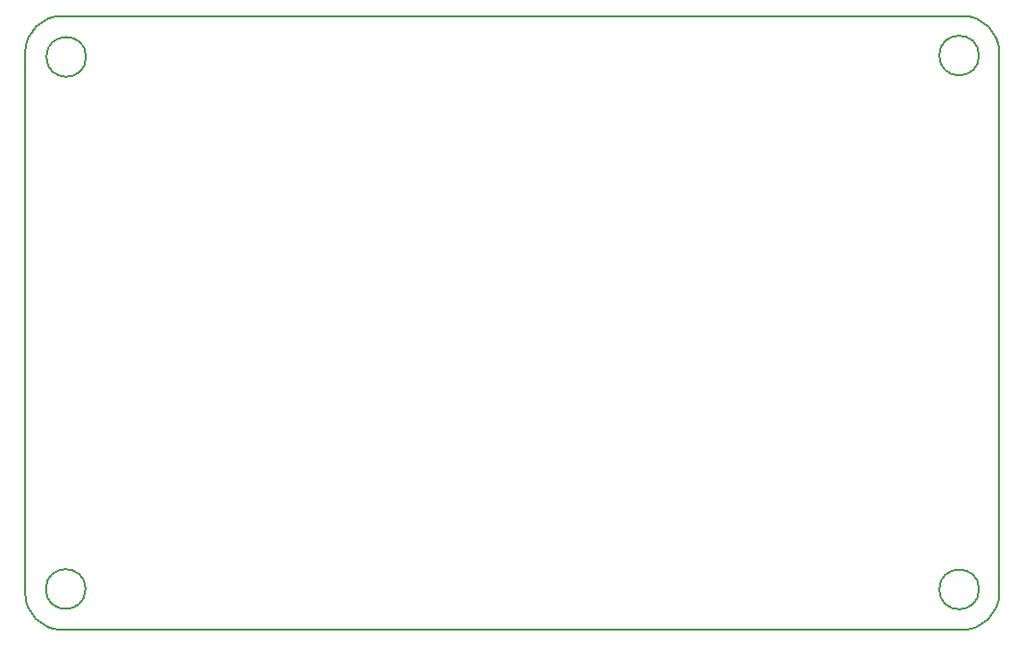
<source format=gbr>
G04 #@! TF.FileFunction,Profile,NP*
%FSLAX46Y46*%
G04 Gerber Fmt 4.6, Leading zero omitted, Abs format (unit mm)*
G04 Created by KiCad (PCBNEW 4.0.1-2.201512121406+6195~38~ubuntu14.04.1-stable) date Tue 15 Dec 2015 12:34:50 AM EET*
%MOMM*%
G01*
G04 APERTURE LIST*
%ADD10C,0.100000*%
%ADD11C,0.150000*%
G04 APERTURE END LIST*
D10*
D11*
X186000000Y-35000000D02*
X106810000Y-35000000D01*
X189200000Y-38200000D02*
X189200000Y-85780000D01*
X186000000Y-88980000D02*
X106800000Y-88980000D01*
X103600000Y-38200000D02*
X103600000Y-85780000D01*
X186000000Y-88980000D02*
G75*
G03X189200000Y-85780000I0J3200000D01*
G01*
X189200000Y-38200000D02*
G75*
G03X186000000Y-35000000I-3200000J0D01*
G01*
X103600000Y-85780000D02*
G75*
G03X106800000Y-88980000I3200000J0D01*
G01*
X106800000Y-35000000D02*
G75*
G03X103600000Y-38200000I0J-3200000D01*
G01*
X108946425Y-38600000D02*
G75*
G03X108946425Y-38600000I-1746425J0D01*
G01*
X187426425Y-85430000D02*
G75*
G03X187426425Y-85430000I-1746425J0D01*
G01*
X108896425Y-85400000D02*
G75*
G03X108896425Y-85400000I-1746425J0D01*
G01*
X187426425Y-38480000D02*
G75*
G03X187426425Y-38480000I-1746425J0D01*
G01*
M02*

</source>
